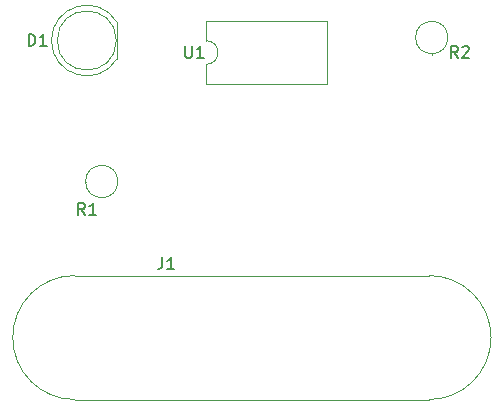
<source format=gbr>
G04 #@! TF.GenerationSoftware,KiCad,Pcbnew,(5.1.5)-2*
G04 #@! TF.CreationDate,2019-12-11T20:36:42+08:00*
G04 #@! TF.ProjectId,kicad,6b696361-642e-46b6-9963-61645f706362,rev?*
G04 #@! TF.SameCoordinates,Original*
G04 #@! TF.FileFunction,Legend,Top*
G04 #@! TF.FilePolarity,Positive*
%FSLAX46Y46*%
G04 Gerber Fmt 4.6, Leading zero omitted, Abs format (unit mm)*
G04 Created by KiCad (PCBNEW (5.1.5)-2) date 2019-12-11 20:36:42*
%MOMM*%
%LPD*%
G04 APERTURE LIST*
%ADD10C,0.120000*%
%ADD11C,0.150000*%
G04 APERTURE END LIST*
D10*
X129409000Y-109304000D02*
G75*
G03X129409000Y-119804000I0J-5250000D01*
G01*
X159409000Y-119804000D02*
G75*
G03X159409000Y-109304000I0J5250000D01*
G01*
X159409000Y-109304000D02*
X129409000Y-109304000D01*
X129409000Y-119804000D02*
X159409000Y-119804000D01*
X140529000Y-89424000D02*
G75*
G02X140529000Y-91424000I0J-1000000D01*
G01*
X140529000Y-91424000D02*
X140529000Y-93074000D01*
X140529000Y-93074000D02*
X150809000Y-93074000D01*
X150809000Y-93074000D02*
X150809000Y-87774000D01*
X150809000Y-87774000D02*
X140529000Y-87774000D01*
X140529000Y-87774000D02*
X140529000Y-89424000D01*
X161009000Y-89154000D02*
G75*
G03X161009000Y-89154000I-1370000J0D01*
G01*
X159639000Y-90524000D02*
X159639000Y-90594000D01*
X130329000Y-101346000D02*
X130259000Y-101346000D01*
X133069000Y-101346000D02*
G75*
G03X133069000Y-101346000I-1370000J0D01*
G01*
X132989000Y-90953000D02*
X132989000Y-87863000D01*
X132929000Y-89408000D02*
G75*
G03X132929000Y-89408000I-2500000J0D01*
G01*
X127439000Y-89408462D02*
G75*
G02X132989000Y-87863170I2990000J462D01*
G01*
X127439000Y-89407538D02*
G75*
G03X132989000Y-90952830I2990000J-462D01*
G01*
D11*
X136825666Y-107756380D02*
X136825666Y-108470666D01*
X136778047Y-108613523D01*
X136682809Y-108708761D01*
X136539952Y-108756380D01*
X136444714Y-108756380D01*
X137825666Y-108756380D02*
X137254238Y-108756380D01*
X137539952Y-108756380D02*
X137539952Y-107756380D01*
X137444714Y-107899238D01*
X137349476Y-107994476D01*
X137254238Y-108042095D01*
X138767095Y-89876380D02*
X138767095Y-90685904D01*
X138814714Y-90781142D01*
X138862333Y-90828761D01*
X138957571Y-90876380D01*
X139148047Y-90876380D01*
X139243285Y-90828761D01*
X139290904Y-90781142D01*
X139338523Y-90685904D01*
X139338523Y-89876380D01*
X140338523Y-90876380D02*
X139767095Y-90876380D01*
X140052809Y-90876380D02*
X140052809Y-89876380D01*
X139957571Y-90019238D01*
X139862333Y-90114476D01*
X139767095Y-90162095D01*
X161842333Y-90876380D02*
X161509000Y-90400190D01*
X161270904Y-90876380D02*
X161270904Y-89876380D01*
X161651857Y-89876380D01*
X161747095Y-89924000D01*
X161794714Y-89971619D01*
X161842333Y-90066857D01*
X161842333Y-90209714D01*
X161794714Y-90304952D01*
X161747095Y-90352571D01*
X161651857Y-90400190D01*
X161270904Y-90400190D01*
X162223285Y-89971619D02*
X162270904Y-89924000D01*
X162366142Y-89876380D01*
X162604238Y-89876380D01*
X162699476Y-89924000D01*
X162747095Y-89971619D01*
X162794714Y-90066857D01*
X162794714Y-90162095D01*
X162747095Y-90304952D01*
X162175666Y-90876380D01*
X162794714Y-90876380D01*
X130262333Y-104168380D02*
X129929000Y-103692190D01*
X129690904Y-104168380D02*
X129690904Y-103168380D01*
X130071857Y-103168380D01*
X130167095Y-103216000D01*
X130214714Y-103263619D01*
X130262333Y-103358857D01*
X130262333Y-103501714D01*
X130214714Y-103596952D01*
X130167095Y-103644571D01*
X130071857Y-103692190D01*
X129690904Y-103692190D01*
X131214714Y-104168380D02*
X130643285Y-104168380D01*
X130929000Y-104168380D02*
X130929000Y-103168380D01*
X130833761Y-103311238D01*
X130738523Y-103406476D01*
X130643285Y-103454095D01*
X125499904Y-89860380D02*
X125499904Y-88860380D01*
X125738000Y-88860380D01*
X125880857Y-88908000D01*
X125976095Y-89003238D01*
X126023714Y-89098476D01*
X126071333Y-89288952D01*
X126071333Y-89431809D01*
X126023714Y-89622285D01*
X125976095Y-89717523D01*
X125880857Y-89812761D01*
X125738000Y-89860380D01*
X125499904Y-89860380D01*
X127023714Y-89860380D02*
X126452285Y-89860380D01*
X126738000Y-89860380D02*
X126738000Y-88860380D01*
X126642761Y-89003238D01*
X126547523Y-89098476D01*
X126452285Y-89146095D01*
M02*

</source>
